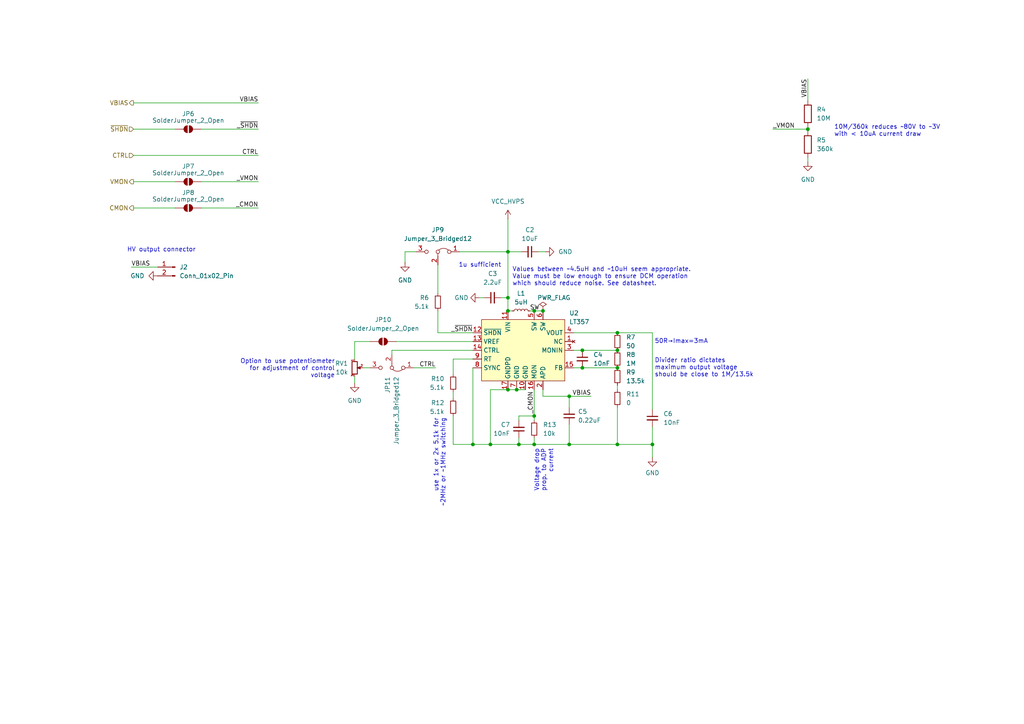
<source format=kicad_sch>
(kicad_sch (version 20250114) (generator "eeschema") (generator_version "9.0")
  (paper "A4")
  (title_block (date "2024-12-06") (rev "V0.1"))
  (lib_symbols
    (symbol "CLAWSv4:LT3571"
      (property "Reference" "U" (at -25.908 15.494 0))
      (property "Value" "LT357" (at -26.67 19.05 0))
      (symbol "LT3571_1_1"
        (rectangle (start -26.67 13.97) (end -2.54 -3.81) (fill (type background)))
        (pin input line (at -29.21 10.16 0) (length 2.54) (name "~{SHDN}") (number "12"))
        (pin input line (at -29.21 7.62 0) (length 2.54) (name "VREF") (number "13"))
        (pin input line (at -29.21 5.08 0) (length 2.54) (name "CTRL") (number "14"))
        (pin input line (at -29.21 2.54 0) (length 2.54) (name "RT") (number "9"))
        (pin input line (at -29.21 0 0) (length 2.54) (name "SYNC") (number "8"))
        (pin power_in line (at -19.05 16.51 270) (length 2.54) (name "VIN") (number "11"))
        (pin power_in line (at -19.05 -6.35 90) (length 2.54) (name "GNDPD") (number "17"))
        (pin power_in line (at -16.51 -6.35 90) (length 2.54) (name "GND") (number "7"))
        (pin power_in line (at -13.97 -6.35 90) (length 2.54) (name "GND") (number "10"))
        (pin power_in line (at -11.43 16.51 270) (length 2.54) (name "SW") (number "5"))
        (pin output line (at -11.43 -6.35 90) (length 2.54) (name "MON") (number "16"))
        (pin power_in line (at -8.89 16.51 270) (length 2.54) (name "SW") (number "6"))
        (pin power_out line (at -8.89 -6.35 90) (length 2.54) (name "APD") (number "2"))
        (pin power_out line (at 0 10.16 180) (length 2.54) (name "VOUT") (number "4"))
        (pin no_connect line (at 0 7.62 180) (length 2.54) (name "NC") (number "1"))
        (pin input line (at 0 5.08 180) (length 2.54) (name "MONIN") (number "3"))
        (pin input line (at 0 0 180) (length 2.54) (name "FB") (number "15"))
      )
    )
    (symbol "Connector:Conn_01x02_Pin" (pin_names (offset 1.016) (hide yes))
      (property "Reference" "J" (at 0 2.54 0))
      (property "Value" "Conn_01x02_Pin" (at 0 -5.08 0))
      (symbol "Conn_01x02_Pin_1_1"
        (rectangle (start 0.8636 0.127) (end 0 -0.127) (stroke (width 0.1524)) (fill (type outline)))
        (rectangle (start 0.8636 -2.413) (end 0 -2.667) (stroke (width 0.1524)) (fill (type outline)))
        (polyline (pts (xy 1.27 0) (xy 0.8636 0)) (stroke (width 0.1524)))
        (polyline (pts (xy 1.27 -2.54) (xy 0.8636 -2.54)) (stroke (width 0.1524)))
        (pin passive line (at 5.08 0 180) (length 3.81) (name "Pin_1") (number "1"))
        (pin passive line (at 5.08 -2.54 180) (length 3.81) (name "Pin_2") (number "2"))
      )
    )
    (symbol "Device:C_Small" (pin_numbers (hide yes)) (pin_names (offset 0.254) (hide yes))
      (property "Reference" "C" (at 0.254 1.778 0))
      (property "Value" "C_Small" (at 0.254 -2.032 0))
      (symbol "C_Small_0_1"
        (polyline (pts (xy -1.524 0.508) (xy 1.524 0.508)) (stroke (width 0.3048)))
        (polyline (pts (xy -1.524 -0.508) (xy 1.524 -0.508)) (stroke (width 0.3302)))
      )
      (symbol "C_Small_1_1"
        (pin passive line (at 0 2.54 270) (length 2.032) (name "~") (number "1"))
        (pin passive line (at 0 -2.54 90) (length 2.032) (name "~") (number "2"))
      )
    )
    (symbol "Device:L_Small" (pin_numbers (hide yes)) (pin_names (offset 0.254) (hide yes))
      (property "Reference" "L" (at 0.762 1.016 0))
      (property "Value" "L_Small" (at 0.762 -1.016 0))
      (symbol "L_Small_0_1"
        (arc (start 0 2.032) (mid 0.5058 1.524) (end 0 1.016))
        (arc (start 0 1.016) (mid 0.5058 0.508) (end 0 0))
        (arc (start 0 0) (mid 0.5058 -0.508) (end 0 -1.016))
        (arc (start 0 -1.016) (mid 0.5058 -1.524) (end 0 -2.032))
      )
      (symbol "L_Small_1_1"
        (pin passive line (at 0 2.54 270) (length 0.508) (name "~") (number "1"))
        (pin passive line (at 0 -2.54 90) (length 0.508) (name "~") (number "2"))
      )
    )
    (symbol "Device:R" (pin_numbers (hide yes)) (pin_names (offset 0))
      (property "Reference" "R" (at 2.032 0 90))
      (property "Value" "R" (at 0 0 90))
      (symbol "R_0_1"
        (rectangle (start -1.016 -2.54) (end 1.016 2.54) (stroke (width 0.254)))
      )
      (symbol "R_1_1"
        (pin passive line (at 0 3.81 270) (length 1.27) (name "~") (number "1"))
        (pin passive line (at 0 -3.81 90) (length 1.27) (name "~") (number "2"))
      )
    )
    (symbol "Device:R_Potentiometer_Small" (pin_names (offset 1.016) (hide yes))
      (property "Reference" "RV" (at -4.445 0 90))
      (property "Value" "R_Potentiometer_Small" (at -2.54 0 90))
      (symbol "R_Potentiometer_Small_0_1"
        (rectangle (start 0.762 1.8034) (end -0.762 -1.8034) (stroke (width 0.254)))
        (polyline (pts (xy 0.889 0) (xy 0.635 0) (xy 1.651 0.381) (xy 1.651 -0.381) (xy 0.635 0) (xy 0.889 0)) (fill (type outline)))
      )
      (symbol "R_Potentiometer_Small_1_1"
        (pin passive line (at 0 2.54 270) (length 0.635) (name "1") (number "1"))
        (pin passive line (at 0 -2.54 90) (length 0.635) (name "3") (number "3"))
        (pin passive line (at 2.54 0 180) (length 0.9906) (name "2") (number "2"))
      )
    )
    (symbol "Device:R_Small" (pin_numbers (hide yes)) (pin_names (offset 0.254) (hide yes))
      (property "Reference" "R" (at 0 0 90))
      (property "Value" "R_Small" (at 1.778 0 90))
      (symbol "R_Small_0_1"
        (rectangle (start -0.762 1.778) (end 0.762 -1.778) (stroke (width 0.2032)))
      )
      (symbol "R_Small_1_1"
        (pin passive line (at 0 2.54 270) (length 0.762) (name "~") (number "1"))
        (pin passive line (at 0 -2.54 90) (length 0.762) (name "~") (number "2"))
      )
    )
    (symbol "Jumper:Jumper_3_Bridged12" (pin_names (offset 0) (hide yes)) (in_bom no)
      (property "Reference" "JP" (at -2.54 -2.54 0))
      (property "Value" "Jumper_3_Bridged12" (at 0 2.794 0))
      (symbol "Jumper_3_Bridged12_0_0"
        (circle (center -3.302 0) (radius 0.508))
        (circle (center 0 0) (radius 0.508))
        (circle (center 3.302 0) (radius 0.508))
      )
      (symbol "Jumper_3_Bridged12_0_1"
        (arc (start -3.048 0.508) (mid -1.651 0.9912) (end -0.254 0.508))
        (polyline (pts (xy 0 -1.27) (xy 0 -0.508)))
      )
      (symbol "Jumper_3_Bridged12_1_1"
        (pin passive line (at -6.35 0 0) (length 2.54) (name "A") (number "1"))
        (pin passive line (at 0 -3.81 90) (length 2.54) (name "C") (number "2"))
        (pin passive line (at 6.35 0 180) (length 2.54) (name "B") (number "3"))
      )
    )
    (symbol "Jumper:SolderJumper_2_Open" (pin_numbers (hide yes)) (pin_names (offset 0) (hide yes)) (in_bom no)
      (property "Reference" "JP" (at 0 2.032 0))
      (property "Value" "SolderJumper_2_Open" (at 0 -2.54 0))
      (symbol "SolderJumper_2_Open_0_1"
        (polyline (pts (xy -0.254 1.016) (xy -0.254 -1.016)))
        (arc (start -0.254 -1.016) (mid -1.2656 0) (end -0.254 1.016))
        (arc (start -0.254 -1.016) (mid -1.2656 0) (end -0.254 1.016) (fill (type outline)))
        (arc (start 0.254 1.016) (mid 1.2656 0) (end 0.254 -1.016))
        (arc (start 0.254 1.016) (mid 1.2656 0) (end 0.254 -1.016) (fill (type outline)))
        (polyline (pts (xy 0.254 1.016) (xy 0.254 -1.016)))
      )
      (symbol "SolderJumper_2_Open_1_1"
        (pin passive line (at -3.81 0 0) (length 2.54) (name "A") (number "1"))
        (pin passive line (at 3.81 0 180) (length 2.54) (name "B") (number "2"))
      )
    )
    (symbol "power:+5V" (power) (pin_numbers (hide yes)) (pin_names (offset 0) (hide yes))
      (property "Value" "+5V" (at 0 3.556 0))
      (symbol "+5V_0_1"
        (polyline (pts (xy -0.762 1.27) (xy 0 2.54)))
        (polyline (pts (xy 0 2.54) (xy 0.762 1.27)))
        (polyline (pts (xy 0 0) (xy 0 2.54)))
      )
      (symbol "+5V_1_1"
        (pin power_in line (at 0 0 90) (length 0) (name "~") (number "1"))
      )
    )
    (symbol "power:GND" (power) (pin_numbers (hide yes)) (pin_names (offset 0) (hide yes))
      (property "Value" "GND" (at 0 -3.81 0))
      (symbol "GND_0_1"
        (polyline (pts (xy 0 0) (xy 0 -1.27) (xy 1.27 -1.27) (xy 0 -2.54) (xy -1.27 -1.27) (xy 0 -1.27)))
      )
      (symbol "GND_1_1"
        (pin power_in line (at 0 0 270) (length 0) (name "~") (number "1"))
      )
    )
    (symbol "power:PWR_FLAG" (power) (pin_numbers (hide yes)) (pin_names (offset 0) (hide yes))
      (property "Value" "PWR_FLAG" (at 0 3.81 0))
      (symbol "PWR_FLAG_0_0"
        (pin power_out line (at 0 0 90) (length 0) (name "~") (number "1"))
      )
      (symbol "PWR_FLAG_0_1"
        (polyline (pts (xy 0 0) (xy 0 1.27) (xy -1.016 1.905) (xy 0 2.54) (xy 1.016 1.905) (xy 0 1.27)))
      )
    )
  )
  (text "HV output connector" (at 36.83 71.755 0) (effects (font (size 1.27 1.27)) (justify left top)))
  (text "50R→Imax=3mA" (at 189.865 99.06 0) (effects (font (size 1.27 1.27)) (justify left)))
  (text "use 1x or 2x 5.1k for\n~2MHz or ~1MHz switching" (at 125.73 121.285 90) (effects (font (size 1.27 1.27)) (justify right top)))
  (text "10M/360k reduces ~80V to ~3V\nwith < 10uA current draw" (at 241.935 36.195 0) (effects (font (size 1.27 1.27)) (justify left top)))
  (text "Values between ~4.5uH and ~10uH seem appropriate.\nValue must be low enough to ensure DCM operation \nwhich should reduce noise. See datasheet." (at 148.59 77.47 0) (effects (font (size 1.27 1.27)) (justify left top)))
  (text "1u sufficient" (at 145.415 76.2 0) (effects (font (size 1.27 1.27)) (justify right top)))
  (text "Divider ratio dictates\nmaximum output voltage\nshould be close to 1M/13.5k" (at 189.865 106.68 0) (effects (font (size 1.27 1.27)) (justify left)))
  (text "Option to use potentiometer\nfor adjustment of control\nvoltage" (at 97.155 104.14 0) (effects (font (size 1.27 1.27)) (justify right top)))
  (text "Voltage drop\nprop. to ADP\ncurrent" (at 154.94 130.175 90) (effects (font (size 1.27 1.27)) (justify right top)))
  (junction (at 189.23 128.905))
  (junction (at 157.48 90.17))
  (junction (at 149.86 113.03))
  (junction (at 154.94 90.17))
  (junction (at 234.315 37.465))
  (junction (at 142.24 128.905))
  (junction (at 137.16 128.905))
  (junction (at 147.32 73.025))
  (junction (at 147.32 86.36))
  (junction (at 165.1 114.935))
  (junction (at 179.07 106.68))
  (junction (at 165.1 128.905))
  (junction (at 168.91 101.6))
  (junction (at 179.07 101.6))
  (junction (at 147.32 90.17))
  (junction (at 179.07 128.905))
  (junction (at 154.94 128.905))
  (junction (at 168.91 106.68))
  (junction (at 179.07 96.52))
  (junction (at 147.32 113.03))
  (junction (at 150.495 128.905))
  (junction (at 154.94 120.65))
  (wire (pts (xy 133.35 73.025) (xy 147.32 73.025)))
  (wire (pts (xy 139.065 86.36) (xy 140.335 86.36)))
  (wire (pts (xy 147.32 86.36) (xy 147.32 90.17)))
  (wire (pts (xy 154.94 127) (xy 154.94 128.905)))
  (wire (pts (xy 117.475 73.025) (xy 120.65 73.025)))
  (wire (pts (xy 137.16 106.68) (xy 137.16 128.905)))
  (wire (pts (xy 74.93 45.085) (xy 38.735 45.085)))
  (wire (pts (xy 168.91 106.68) (xy 166.37 106.68)))
  (wire (pts (xy 189.23 128.905) (xy 179.07 128.905)))
  (wire (pts (xy 224.155 37.465) (xy 234.315 37.465)))
  (wire (pts (xy 154.94 113.03) (xy 154.94 120.65)))
  (wire (pts (xy 151.13 73.025) (xy 147.32 73.025)))
  (wire (pts (xy 137.16 128.905) (xy 142.24 128.905)))
  (wire (pts (xy 234.315 22.86) (xy 234.315 29.21)))
  (wire (pts (xy 179.07 128.905) (xy 179.07 118.11)))
  (wire (pts (xy 149.86 113.03) (xy 152.4 113.03)))
  (wire (pts (xy 147.32 63.5) (xy 147.32 73.025)))
  (wire (pts (xy 179.07 96.52) (xy 189.23 96.52)))
  (wire (pts (xy 150.495 120.65) (xy 150.495 121.92)))
  (wire (pts (xy 50.8 52.705) (xy 38.735 52.705)))
  (wire (pts (xy 157.48 114.935) (xy 157.48 113.03)))
  (wire (pts (xy 154.94 121.92) (xy 154.94 120.65)))
  (wire (pts (xy 168.91 101.6) (xy 179.07 101.6)))
  (wire (pts (xy 150.495 128.905) (xy 154.94 128.905)))
  (wire (pts (xy 145.415 86.36) (xy 147.32 86.36)))
  (wire (pts (xy 153.67 90.17) (xy 154.94 90.17)))
  (wire (pts (xy 117.475 76.2) (xy 117.475 73.025)))
  (wire (pts (xy 157.48 114.935) (xy 165.1 114.935)))
  (wire (pts (xy 165.1 114.935) (xy 165.1 118.11)))
  (wire (pts (xy 113.665 102.87) (xy 113.665 101.6)))
  (wire (pts (xy 114.935 99.06) (xy 137.16 99.06)))
  (wire (pts (xy 137.16 104.14) (xy 131.445 104.14)))
  (wire (pts (xy 147.32 113.03) (xy 149.86 113.03)))
  (wire (pts (xy 102.87 109.22) (xy 102.87 111.125)))
  (wire (pts (xy 50.8 37.465) (xy 38.735 37.465)))
  (wire (pts (xy 142.24 128.905) (xy 150.495 128.905)))
  (wire (pts (xy 179.07 128.905) (xy 165.1 128.905)))
  (wire (pts (xy 74.93 60.325) (xy 58.42 60.325)))
  (wire (pts (xy 147.32 73.025) (xy 147.32 86.36)))
  (wire (pts (xy 154.94 90.17) (xy 157.48 90.17)))
  (wire (pts (xy 131.445 104.14) (xy 131.445 108.585)))
  (wire (pts (xy 166.37 96.52) (xy 179.07 96.52)))
  (wire (pts (xy 102.87 99.06) (xy 102.87 104.14)))
  (wire (pts (xy 131.445 128.905) (xy 137.16 128.905)))
  (wire (pts (xy 150.495 127) (xy 150.495 128.905)))
  (wire (pts (xy 74.93 52.705) (xy 58.42 52.705)))
  (wire (pts (xy 165.1 123.19) (xy 165.1 128.905)))
  (wire (pts (xy 156.21 73.025) (xy 158.115 73.025)))
  (wire (pts (xy 74.93 37.465) (xy 58.42 37.465)))
  (wire (pts (xy 168.91 106.68) (xy 179.07 106.68)))
  (wire (pts (xy 142.24 113.03) (xy 142.24 128.905)))
  (wire (pts (xy 105.41 106.68) (xy 107.315 106.68)))
  (wire (pts (xy 148.59 90.17) (xy 147.32 90.17)))
  (wire (pts (xy 165.1 114.935) (xy 171.45 114.935)))
  (wire (pts (xy 113.665 101.6) (xy 137.16 101.6)))
  (wire (pts (xy 154.94 128.905) (xy 165.1 128.905)))
  (wire (pts (xy 127 76.835) (xy 127 85.09)))
  (wire (pts (xy 179.07 113.03) (xy 179.07 111.76)))
  (wire (pts (xy 127 96.52) (xy 137.16 96.52)))
  (wire (pts (xy 189.23 96.52) (xy 189.23 118.745)))
  (wire (pts (xy 127 96.52) (xy 127 90.17)))
  (wire (pts (xy 131.445 113.665) (xy 131.445 115.57)))
  (wire (pts (xy 50.8 60.325) (xy 38.735 60.325)))
  (wire (pts (xy 189.23 123.825) (xy 189.23 128.905)))
  (wire (pts (xy 234.315 46.99) (xy 234.315 45.72)))
  (wire (pts (xy 107.315 99.06) (xy 102.87 99.06)))
  (wire (pts (xy 131.445 120.65) (xy 131.445 128.905)))
  (wire (pts (xy 189.23 132.715) (xy 189.23 128.905)))
  (wire (pts (xy 234.315 38.1) (xy 234.315 37.465)))
  (wire (pts (xy 126.365 106.68) (xy 120.015 106.68)))
  (wire (pts (xy 74.93 29.845) (xy 38.735 29.845)))
  (wire (pts (xy 234.315 37.465) (xy 234.315 36.83)))
  (wire (pts (xy 38.1 77.47) (xy 45.72 77.47)))
  (wire (pts (xy 142.24 113.03) (xy 147.32 113.03)))
  (wire (pts (xy 150.495 120.65) (xy 154.94 120.65)))
  (wire (pts (xy 168.91 101.6) (xy 166.37 101.6)))
  (label "VBIAS" (at 74.93 29.845 180))
  (label "VBIAS" (at 171.45 114.935 180))
  (label "_VMON" (at 224.155 37.465 0))
  (label "_CMON" (at 154.94 120.015 90))
  (label "VBIAS" (at 234.315 22.86 270))
  (label "VBIAS" (at 38.1 77.47 0))
  (label "CTRL" (at 126.365 106.68 180))
  (label "SW" (at 153.67 90.17 0))
  (label "CTRL" (at 74.93 45.085 180))
  (label "_VMON" (at 74.93 52.705 180))
  (label "_CMON" (at 74.93 60.325 180))
  (label "_~{SHDN}" (at 74.93 37.465 180))
  (label "_~{SHDN}" (at 130.81 96.52 0))
  (hierarchical_label "~{SHDN}" (shape input) (at 38.735 37.465 180))
  (hierarchical_label "CTRL" (shape input) (at 38.735 45.085 180))
  (hierarchical_label "VBIAS" (shape output) (at 38.735 29.845 180))
  (hierarchical_label "CMON" (shape output) (at 38.735 60.325 180))
  (hierarchical_label "VMON" (shape output) (at 38.735 52.705 180))
  (symbol (lib_id "Jumper:SolderJumper_2_Open") (at 54.61 52.705 0) (unit 1) (exclude_from_sim yes) (in_bom no)
    (property "Reference" "JP7" (at 54.61 48.26 0))
    (property "Value" "SolderJumper_2_Open" (at 54.61 50.165 0))
    (property "Footprint" "Jumper:SolderJumper-2_P1.3mm_Open_TrianglePad1.0x1.5mm" (effects (hide yes)))
    (property "Description" "Solder Jumper, 2-pole, open" (effects (hide yes)))
    (instances (project "power_supply_lt3571" (path "" (reference "JP7") (unit 1)) (path "" (reference "JP13") (unit 1)) (path "" (reference "JP25") (unit 1)) (path "" (reference "JP19") (unit 1))))
  )
  (symbol (lib_id "Device:R") (at 234.315 41.91 0) (unit 1)
    (property "Reference" "R5" (at 236.855 40.6399 0) (effects (justify left)))
    (property "Value" "360k" (at 236.855 43.1799 0) (effects (justify left)))
    (property "Footprint" "Resistor_SMD:R_0603_1608Metric" (effects (hide yes)))
    (property "Description" "Resistor" (effects (hide yes)))
    (instances (project "power_supply_lt3571" (path "" (reference "R5") (unit 1)) (path "" (reference "R15") (unit 1)) (path "" (reference "R35") (unit 1)) (path "" (reference "R25") (unit 1))))
  )
  (symbol (lib_id "Jumper:Jumper_3_Bridged12") (at 127 73.025 0) (mirror y) (unit 1) (exclude_from_sim yes) (in_bom no)
    (property "Reference" "JP9" (at 127 66.675 0))
    (property "Value" "Jumper_3_Bridged12" (at 127 69.215 0))
    (property "Footprint" "Connector_PinHeader_2.54mm:PinHeader_1x03_P2.54mm_Vertical" (effects (hide yes)))
    (property "Description" "Jumper, 3-pole, pins 1+2 closed/bridged" (effects (hide yes)))
    (instances (project "power_supply_lt3571" (path "" (reference "JP9") (unit 1)) (path "" (reference "JP15") (unit 1)) (path "" (reference "JP27") (unit 1)) (path "" (reference "JP21") (unit 1))))
  )
  (symbol (lib_id "Device:C_Small") (at 153.67 73.025 270) (mirror x) (unit 1)
    (property "Reference" "C2" (at 153.67 66.675 90))
    (property "Value" "10uF" (at 153.67 69.215 90))
    (property "Footprint" "Capacitor_SMD:C_0603_1608Metric" (effects (hide yes)))
    (property "Description" "Unpolarized capacitor, small symbol" (effects (hide yes)))
    (instances (project "power_supply_lt3571" (path "" (reference "C2") (unit 1)) (path "" (reference "C8") (unit 1)) (path "" (reference "C20") (unit 1)) (path "" (reference "C14") (unit 1))))
  )
  (symbol (lib_id "power:PWR_FLAG") (at 157.48 90.17 0) (unit 1)
    (property "Reference" "#FLG05" (effects (hide yes)))
    (property "Value" "PWR_FLAG" (at 160.655 86.36 0))
    (property "Description" "Special symbol for telling ERC where power comes from" (effects (hide yes)))
    (instances (project "power_supply_lt3571" (path "" (reference "#FLG05") (unit 1)) (path "" (reference "#FLG06") (unit 1)) (path "" (reference "#FLG08") (unit 1)) (path "" (reference "#FLG07") (unit 1))))
  )
  (symbol (lib_id "Jumper:Jumper_3_Bridged12") (at 113.665 106.68 180) (unit 1) (exclude_from_sim yes) (in_bom no)
    (property "Reference" "JP11" (at 112.3949 109.22 90) (effects (justify left)))
    (property "Value" "Jumper_3_Bridged12" (at 114.9349 109.22 90) (effects (justify left)))
    (property "Footprint" "Connector_PinHeader_2.54mm:PinHeader_1x03_P2.54mm_Vertical" (effects (hide yes)))
    (property "Description" "Jumper, 3-pole, pins 1+2 closed/bridged" (effects (hide yes)))
    (instances (project "power_supply_lt3571" (path "" (reference "JP11") (unit 1)) (path "" (reference "JP17") (unit 1)) (path "" (reference "JP29") (unit 1)) (path "" (reference "JP23") (unit 1))))
  )
  (symbol (lib_id "Device:R_Small") (at 179.07 115.57 0) (unit 1)
    (property "Reference" "R11" (at 181.61 114.2999 0) (effects (justify left)))
    (property "Value" "0" (at 181.61 116.8399 0) (effects (justify left)))
    (property "Footprint" "Resistor_SMD:R_0603_1608Metric" (effects (hide yes)))
    (property "Description" "Resistor, small symbol" (effects (hide yes)))
    (instances (project "power_supply_lt3571" (path "" (reference "R11") (unit 1)) (path "" (reference "R21") (unit 1)) (path "" (reference "R41") (unit 1)) (path "" (reference "R31") (unit 1))))
  )
  (symbol (lib_id "power:GND") (at 117.475 76.2 0) (unit 1)
    (property "Reference" "#PWR021" (effects (hide yes)))
    (property "Value" "GND" (at 117.475 81.28 0))
    (property "Description" "Power symbol creates a global label with name \"GND\" , ground" (effects (hide yes)))
    (instances (project "power_supply_lt3571" (path "" (reference "#PWR021") (unit 1)) (path "" (reference "#PWR029") (unit 1)) (path "" (reference "#PWR045") (unit 1)) (path "" (reference "#PWR037") (unit 1))))
  )
  (symbol (lib_id "Connector:Conn_01x02_Pin") (at 50.8 77.47 0) (mirror y) (unit 1)
    (property "Reference" "J2" (at 52.07 77.4699 0) (effects (justify right)))
    (property "Value" "Conn_01x02_Pin" (at 52.07 80.0099 0) (effects (justify right)))
    (property "Footprint" "Connector_Phoenix_MC:PhoenixContact_MC_1,5_2-G-3.81_1x02_P3.81mm_Horizontal" (effects (hide yes)))
    (property "Description" "Generic connector, single row, 01x02, script generated" (effects (hide yes)))
    (instances (project "power_supply_lt3571" (path "" (reference "J2") (unit 1)) (path "" (reference "J3") (unit 1)) (path "" (reference "J5") (unit 1)) (path "" (reference "J4") (unit 1))))
  )
  (symbol (lib_id "power:GND") (at 158.115 73.025 90) (unit 1)
    (property "Reference" "#PWR020" (effects (hide yes)))
    (property "Value" "GND" (at 161.925 73.0249 90) (effects (justify right)))
    (property "Description" "Power symbol creates a global label with name \"GND\" , ground" (effects (hide yes)))
    (instances (project "power_supply_lt3571" (path "" (reference "#PWR020") (unit 1)) (path "" (reference "#PWR028") (unit 1)) (path "" (reference "#PWR044") (unit 1)) (path "" (reference "#PWR036") (unit 1))))
  )
  (symbol (lib_id "Device:R") (at 234.315 33.02 0) (unit 1)
    (property "Reference" "R4" (at 236.855 31.7499 0) (effects (justify left)))
    (property "Value" "10M" (at 236.855 34.2899 0) (effects (justify left)))
    (property "Footprint" "Resistor_SMD:R_0603_1608Metric" (effects (hide yes)))
    (property "Description" "Resistor" (effects (hide yes)))
    (instances (project "power_supply_lt3571" (path "" (reference "R4") (unit 1)) (path "" (reference "R14") (unit 1)) (path "" (reference "R34") (unit 1)) (path "" (reference "R24") (unit 1))))
  )
  (symbol (lib_id "power:GND") (at 139.065 86.36 270) (unit 1)
    (property "Reference" "#PWR023" (effects (hide yes)))
    (property "Value" "GND" (at 135.89 86.3599 90) (effects (justify right)))
    (property "Description" "Power symbol creates a global label with name \"GND\" , ground" (effects (hide yes)))
    (instances (project "power_supply_lt3571" (path "" (reference "#PWR023") (unit 1)) (path "" (reference "#PWR031") (unit 1)) (path "" (reference "#PWR047") (unit 1)) (path "" (reference "#PWR039") (unit 1))))
  )
  (symbol (lib_id "CLAWSv4:LT3571") (at 166.37 106.68 0) (unit 1)
    (property "Reference" "U2" (at 165.1 90.805 0) (effects (justify left)))
    (property "Value" "LT357" (at 165.1 93.345 0) (effects (justify left)))
    (property "Footprint" "Package_DFN_QFN:QFN-16-1EP_3x3mm_P0.5mm_EP1.45x1.45mm_ThermalVias" (effects (hide yes)))
    (property "Datasheet" "https://www.analog.com/media/en/technical-documentation/data-sheets/3571fa.pdf" (effects (hide yes)))
    (property "Description" "current mode step-up DC/DC converter designed to bias avalanche photodiodes (APDs)" (effects (hide yes)))
    (instances (project "power_supply_lt3571" (path "" (reference "U2") (unit 1)) (path "" (reference "U3") (unit 1)) (path "" (reference "U5") (unit 1)) (path "" (reference "U4") (unit 1))))
  )
  (symbol (lib_id "Device:R_Small") (at 179.07 99.06 0) (unit 1)
    (property "Reference" "R7" (at 181.61 97.7899 0) (effects (justify left)))
    (property "Value" "50" (at 181.61 100.3299 0) (effects (justify left)))
    (property "Footprint" "Resistor_SMD:R_0603_1608Metric" (effects (hide yes)))
    (property "Description" "Resistor, small symbol" (effects (hide yes)))
    (instances (project "power_supply_lt3571" (path "" (reference "R7") (unit 1)) (path "" (reference "R17") (unit 1)) (path "" (reference "R37") (unit 1)) (path "" (reference "R27") (unit 1))))
  )
  (symbol (lib_id "power:GND") (at 102.87 111.125 0) (unit 1)
    (property "Reference" "#PWR024" (effects (hide yes)))
    (property "Value" "GND" (at 102.87 116.205 0))
    (property "Description" "Power symbol creates a global label with name \"GND\" , ground" (effects (hide yes)))
    (instances (project "power_supply_lt3571" (path "" (reference "#PWR024") (unit 1)) (path "" (reference "#PWR032") (unit 1)) (path "" (reference "#PWR048") (unit 1)) (path "" (reference "#PWR040") (unit 1))))
  )
  (symbol (lib_id "power:GND") (at 234.315 46.99 0) (unit 1)
    (property "Reference" "#PWR018" (effects (hide yes)))
    (property "Value" "GND" (at 234.315 52.07 0))
    (property "Description" "Power symbol creates a global label with name \"GND\" , ground" (effects (hide yes)))
    (instances (project "" (path "" (reference "#PWR018") (unit 1)) (path "" (reference "#PWR026") (unit 1)) (path "" (reference "#PWR042") (unit 1)) (path "" (reference "#PWR034") (unit 1))))
  )
  (symbol (lib_id "Device:C_Small") (at 168.91 104.14 0) (unit 1)
    (property "Reference" "C4" (at 172.085 102.8762 0) (effects (justify left)))
    (property "Value" "10nF" (at 172.085 105.4162 0) (effects (justify left)))
    (property "Footprint" "Capacitor_SMD:C_0603_1608Metric" (effects (hide yes)))
    (property "Description" "Unpolarized capacitor, small symbol" (effects (hide yes)))
    (instances (project "power_supply_lt3571" (path "" (reference "C4") (unit 1)) (path "" (reference "C10") (unit 1)) (path "" (reference "C22") (unit 1)) (path "" (reference "C16") (unit 1))))
  )
  (symbol (lib_id "Device:R_Small") (at 127 87.63 0) (mirror x) (unit 1)
    (property "Reference" "R6" (at 124.46 86.3599 0) (effects (justify right)))
    (property "Value" "5.1k" (at 124.46 88.8999 0) (effects (justify right)))
    (property "Footprint" "Resistor_SMD:R_0603_1608Metric" (effects (hide yes)))
    (property "Description" "Resistor, small symbol" (effects (hide yes)))
    (instances (project "power_supply_lt3571" (path "" (reference "R6") (unit 1)) (path "" (reference "R16") (unit 1)) (path "" (reference "R36") (unit 1)) (path "" (reference "R26") (unit 1))))
  )
  (symbol (lib_id "power:GND") (at 45.72 80.01 270) (unit 1)
    (property "Reference" "#PWR022" (effects (hide yes)))
    (property "Value" "GND" (at 41.91 80.0099 90) (effects (justify right)))
    (property "Description" "Power symbol creates a global label with name \"GND\" , ground" (effects (hide yes)))
    (instances (project "power_supply_lt3571" (path "" (reference "#PWR022") (unit 1)) (path "" (reference "#PWR030") (unit 1)) (path "" (reference "#PWR046") (unit 1)) (path "" (reference "#PWR038") (unit 1))))
  )
  (symbol (lib_id "Device:R_Small") (at 179.07 104.14 0) (unit 1)
    (property "Reference" "R8" (at 181.61 102.8699 0) (effects (justify left)))
    (property "Value" "1M" (at 181.61 105.4099 0) (effects (justify left)))
    (property "Footprint" "Resistor_SMD:R_0603_1608Metric" (effects (hide yes)))
    (property "Description" "Resistor, small symbol" (effects (hide yes)))
    (instances (project "power_supply_lt3571" (path "" (reference "R8") (unit 1)) (path "" (reference "R18") (unit 1)) (path "" (reference "R38") (unit 1)) (path "" (reference "R28") (unit 1))))
  )
  (symbol (lib_id "Device:C_Small") (at 165.1 120.65 180) (unit 1)
    (property "Reference" "C5" (at 167.64 119.3735 0) (effects (justify right)))
    (property "Value" "0.22uF" (at 167.64 121.9135 0) (effects (justify right)))
    (property "Footprint" "Capacitor_SMD:C_1206_3216Metric" (effects (hide yes)))
    (property "Description" "Unpolarized capacitor, small symbol" (effects (hide yes)))
    (instances (project "power_supply_lt3571" (path "" (reference "C5") (unit 1)) (path "" (reference "C11") (unit 1)) (path "" (reference "C23") (unit 1)) (path "" (reference "C17") (unit 1))))
  )
  (symbol (lib_id "Device:R_Small") (at 179.07 109.22 0) (unit 1)
    (property "Reference" "R9" (at 181.61 107.9499 0) (effects (justify left)))
    (property "Value" "13.5k" (at 181.61 110.4899 0) (effects (justify left)))
    (property "Footprint" "Resistor_SMD:R_0603_1608Metric" (effects (hide yes)))
    (property "Description" "Resistor, small symbol" (effects (hide yes)))
    (instances (project "power_supply_lt3571" (path "" (reference "R9") (unit 1)) (path "" (reference "R19") (unit 1)) (path "" (reference "R39") (unit 1)) (path "" (reference "R29") (unit 1))))
  )
  (symbol (lib_id "Device:C_Small") (at 150.495 124.46 0) (mirror x) (unit 1)
    (property "Reference" "C7" (at 147.955 123.1835 0) (effects (justify right)))
    (property "Value" "10nF" (at 147.955 125.7235 0) (effects (justify right)))
    (property "Footprint" "Capacitor_SMD:C_0603_1608Metric" (effects (hide yes)))
    (property "Description" "Unpolarized capacitor, small symbol" (effects (hide yes)))
    (instances (project "power_supply_lt3571" (path "" (reference "C7") (unit 1)) (path "" (reference "C13") (unit 1)) (path "" (reference "C25") (unit 1)) (path "" (reference "C19") (unit 1))))
  )
  (symbol (lib_id "Device:R_Small") (at 154.94 124.46 180) (unit 1)
    (property "Reference" "R13" (at 157.48 123.1899 0) (effects (justify right)))
    (property "Value" "10k" (at 157.48 125.7299 0) (effects (justify right)))
    (property "Footprint" "Resistor_SMD:R_0603_1608Metric" (effects (hide yes)))
    (property "Description" "Resistor, small symbol" (effects (hide yes)))
    (instances (project "power_supply_lt3571" (path "" (reference "R13") (unit 1)) (path "" (reference "R23") (unit 1)) (path "" (reference "R43") (unit 1)) (path "" (reference "R33") (unit 1))))
  )
  (symbol (lib_id "Device:R_Small") (at 131.445 118.11 0) (mirror x) (unit 1)
    (property "Reference" "R12" (at 128.905 116.8399 0) (effects (justify right)))
    (property "Value" "5.1k" (at 128.905 119.3799 0) (effects (justify right)))
    (property "Footprint" "Resistor_SMD:R_0603_1608Metric" (effects (hide yes)))
    (property "Description" "Resistor, small symbol" (effects (hide yes)))
    (instances (project "power_supply_lt3571" (path "" (reference "R12") (unit 1)) (path "" (reference "R22") (unit 1)) (path "" (reference "R42") (unit 1)) (path "" (reference "R32") (unit 1))))
  )
  (symbol (lib_id "Device:C_Small") (at 189.23 121.285 0) (unit 1)
    (property "Reference" "C6" (at 192.405 120.0212 0) (effects (justify left)))
    (property "Value" "10nF" (at 192.405 122.5612 0) (effects (justify left)))
    (property "Footprint" "Capacitor_SMD:C_0603_1608Metric" (effects (hide yes)))
    (property "Description" "Unpolarized capacitor, small symbol" (effects (hide yes)))
    (instances (project "power_supply_lt3571" (path "" (reference "C6") (unit 1)) (path "" (reference "C12") (unit 1)) (path "" (reference "C24") (unit 1)) (path "" (reference "C18") (unit 1))))
  )
  (symbol (lib_id "Device:L_Small") (at 151.13 90.17 90) (unit 1)
    (property "Reference" "L1" (at 151.13 85.09 90))
    (property "Value" "5uH" (at 151.13 87.63 90))
    (property "Footprint" "Inductor_SMD:L_1210_3225Metric" (effects (hide yes)))
    (property "Description" "Inductor, small symbol" (effects (hide yes)))
    (instances (project "power_supply_lt3571" (path "" (reference "L1") (unit 1)) (path "" (reference "L2") (unit 1)) (path "" (reference "L4") (unit 1)) (path "" (reference "L3") (unit 1))))
  )
  (symbol (lib_id "Jumper:SolderJumper_2_Open") (at 54.61 37.465 0) (unit 1) (exclude_from_sim yes) (in_bom no)
    (property "Reference" "JP6" (at 54.61 33.02 0))
    (property "Value" "SolderJumper_2_Open" (at 54.61 34.925 0))
    (property "Footprint" "Jumper:SolderJumper-2_P1.3mm_Open_TrianglePad1.0x1.5mm" (effects (hide yes)))
    (property "Description" "Solder Jumper, 2-pole, open" (effects (hide yes)))
    (instances (project "power_supply_lt3571" (path "" (reference "JP6") (unit 1)) (path "" (reference "JP12") (unit 1)) (path "" (reference "JP24") (unit 1)) (path "" (reference "JP18") (unit 1))))
  )
  (symbol (lib_id "power:GND") (at 189.23 132.715 0) (unit 1)
    (property "Reference" "#PWR025" (effects (hide yes)))
    (property "Value" "GND" (at 189.23 137.16 0))
    (property "Description" "Power symbol creates a global label with name \"GND\" , ground" (effects (hide yes)))
    (instances (project "power_supply_lt3571" (path "" (reference "#PWR025") (unit 1)) (path "" (reference "#PWR033") (unit 1)) (path "" (reference "#PWR049") (unit 1)) (path "" (reference "#PWR041") (unit 1))))
  )
  (symbol (lib_id "Jumper:SolderJumper_2_Open") (at 54.61 60.325 0) (unit 1) (exclude_from_sim yes) (in_bom no)
    (property "Reference" "JP8" (at 54.61 55.88 0))
    (property "Value" "SolderJumper_2_Open" (at 54.61 57.785 0))
    (property "Footprint" "Jumper:SolderJumper-2_P1.3mm_Open_TrianglePad1.0x1.5mm" (effects (hide yes)))
    (property "Description" "Solder Jumper, 2-pole, open" (effects (hide yes)))
    (instances (project "power_supply_lt3571" (path "" (reference "JP8") (unit 1)) (path "" (reference "JP14") (unit 1)) (path "" (reference "JP26") (unit 1)) (path "" (reference "JP20") (unit 1))))
  )
  (symbol (lib_id "Device:R_Small") (at 131.445 111.125 0) (mirror x) (unit 1)
    (property "Reference" "R10" (at 128.905 109.8549 0) (effects (justify right)))
    (property "Value" "5.1k" (at 128.905 112.3949 0) (effects (justify right)))
    (property "Footprint" "Resistor_SMD:R_0603_1608Metric" (effects (hide yes)))
    (property "Description" "Resistor, small symbol" (effects (hide yes)))
    (instances (project "power_supply_lt3571" (path "" (reference "R10") (unit 1)) (path "" (reference "R20") (unit 1)) (path "" (reference "R40") (unit 1)) (path "" (reference "R30") (unit 1))))
  )
  (symbol (lib_id "Device:C_Small") (at 142.875 86.36 90) (unit 1)
    (property "Reference" "C3" (at 142.8813 79.375 90))
    (property "Value" "2.2uF" (at 142.8813 81.915 90))
    (property "Footprint" "Capacitor_SMD:C_0603_1608Metric" (effects (hide yes)))
    (property "Description" "Unpolarized capacitor, small symbol" (effects (hide yes)))
    (instances (project "power_supply_lt3571" (path "" (reference "C3") (unit 1)) (path "" (reference "C9") (unit 1)) (path "" (reference "C21") (unit 1)) (path "" (reference "C15") (unit 1))))
  )
  (symbol (lib_id "power:+5V") (at 147.32 63.5 0) (unit 1)
    (property "Reference" "#PWR019" (effects (hide yes)))
    (property "Value" "VCC_HVPS" (at 147.32 58.42 0))
    (property "Description" "Power symbol creates a global label with name \"+5V\"" (effects (hide yes)))
    (instances (project "power_supply_lt3571" (path "" (reference "#PWR019") (unit 1)) (path "" (reference "#PWR027") (unit 1)) (path "" (reference "#PWR043") (unit 1)) (path "" (reference "#PWR035") (unit 1))))
  )
  (symbol (lib_id "Jumper:SolderJumper_2_Open") (at 111.125 99.06 0) (unit 1) (exclude_from_sim yes) (in_bom no)
    (property "Reference" "JP10" (at 111.125 92.71 0))
    (property "Value" "SolderJumper_2_Open" (at 111.125 95.25 0))
    (property "Footprint" "Jumper:SolderJumper-2_P1.3mm_Open_TrianglePad1.0x1.5mm" (effects (hide yes)))
    (property "Description" "Solder Jumper, 2-pole, open" (effects (hide yes)))
    (instances (project "power_supply_lt3571" (path "" (reference "JP10") (unit 1)) (path "" (reference "JP16") (unit 1)) (path "" (reference "JP28") (unit 1)) (path "" (reference "JP22") (unit 1))))
  )
  (symbol (lib_id "Device:R_Potentiometer_Small") (at 102.87 106.68 0) (unit 1)
    (property "Reference" "RV1" (at 100.965 105.4099 0) (effects (justify right)))
    (property "Value" "10k" (at 100.965 107.9499 0) (effects (justify right)))
    (property "Footprint" "Potentiometer_THT:Potentiometer_Bourns_3296X_Horizontal" (effects (hide yes)))
    (property "Description" "Potentiometer" (effects (hide yes)))
    (instances (project "power_supply_lt3571" (path "" (reference "RV1") (unit 1)) (path "" (reference "RV2") (unit 1)) (path "" (reference "RV4") (unit 1)) (path "" (reference "RV3") (unit 1))))
  )
)
</source>
